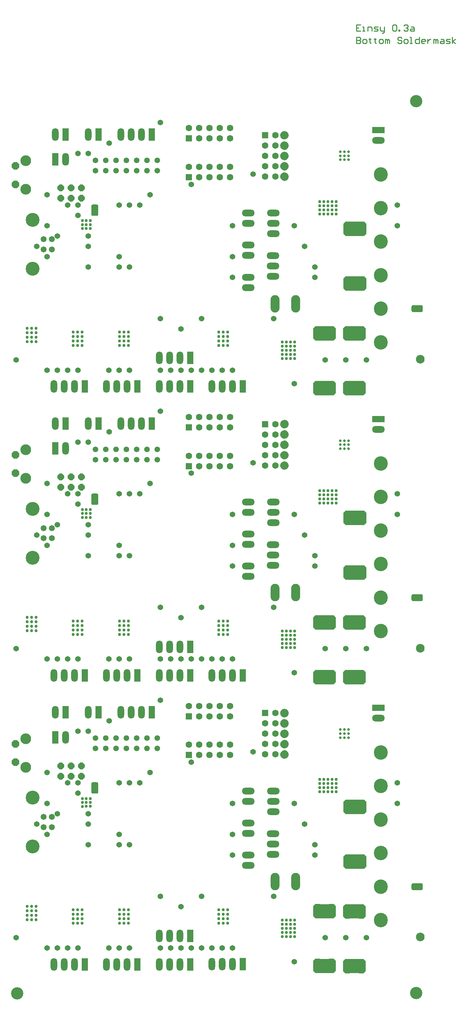
<source format=gbs>
G04 Layer_Color=16711935*
%FSLAX24Y24*%
%MOIN*%
G70*
G01*
G75*
%ADD12C,0.0100*%
%ADD116C,0.0300*%
%ADD123C,0.0840*%
G04:AMPARAMS|DCode=209|XSize=118.7mil|YSize=118.7mil|CornerRadius=59.4mil|HoleSize=0mil|Usage=FLASHONLY|Rotation=90.000|XOffset=0mil|YOffset=0mil|HoleType=Round|Shape=RoundedRectangle|*
%AMROUNDEDRECTD209*
21,1,0.1187,0.0000,0,0,90.0*
21,1,0.0000,0.1187,0,0,90.0*
1,1,0.1187,0.0000,0.0000*
1,1,0.1187,0.0000,0.0000*
1,1,0.1187,0.0000,0.0000*
1,1,0.1187,0.0000,0.0000*
%
%ADD209ROUNDEDRECTD209*%
G04:AMPARAMS|DCode=255|XSize=54mil|YSize=54mil|CornerRadius=27mil|HoleSize=0mil|Usage=FLASHONLY|Rotation=270.000|XOffset=0mil|YOffset=0mil|HoleType=Round|Shape=RoundedRectangle|*
%AMROUNDEDRECTD255*
21,1,0.0540,0.0000,0,0,270.0*
21,1,0.0000,0.0540,0,0,270.0*
1,1,0.0540,0.0000,0.0000*
1,1,0.0540,0.0000,0.0000*
1,1,0.0540,0.0000,0.0000*
1,1,0.0540,0.0000,0.0000*
%
%ADD255ROUNDEDRECTD255*%
%ADD260R,0.0631X0.0631*%
%ADD261C,0.0631*%
%ADD262O,0.0640X0.1240*%
%ADD263R,0.0640X0.1240*%
%ADD264R,0.0631X0.0631*%
%ADD265O,0.1340X0.1400*%
%ADD266O,0.1240X0.0640*%
%ADD267O,0.0865X0.1690*%
G04:AMPARAMS|DCode=268|XSize=137mil|YSize=87mil|CornerRadius=0mil|HoleSize=0mil|Usage=FLASHONLY|Rotation=270.000|XOffset=0mil|YOffset=0mil|HoleType=Round|Shape=Octagon|*
%AMOCTAGOND268*
4,1,8,-0.0217,-0.0685,0.0217,-0.0685,0.0435,-0.0467,0.0435,0.0467,0.0217,0.0685,-0.0217,0.0685,-0.0435,0.0467,-0.0435,-0.0467,-0.0217,-0.0685,0.0*
%
%ADD268OCTAGOND268*%

%ADD269P,0.0714X8X22.5*%
%ADD270C,0.1345*%
%ADD271C,0.0580*%
%ADD272C,0.1040*%
%ADD273P,0.0801X8X292.5*%
%ADD274R,0.1240X0.0640*%
%ADD275C,0.0544*%
%ADD276C,0.0260*%
%ADD277C,0.0420*%
%ADD278R,0.0704X0.0354*%
%ADD279R,0.0354X0.0704*%
G04:AMPARAMS|DCode=280|XSize=54mil|YSize=54mil|CornerRadius=27mil|HoleSize=0mil|Usage=FLASHONLY|Rotation=0.000|XOffset=0mil|YOffset=0mil|HoleType=Round|Shape=RoundedRectangle|*
%AMROUNDEDRECTD280*
21,1,0.0540,0.0000,0,0,0.0*
21,1,0.0000,0.0540,0,0,0.0*
1,1,0.0540,0.0000,0.0000*
1,1,0.0540,0.0000,0.0000*
1,1,0.0540,0.0000,0.0000*
1,1,0.0540,0.0000,0.0000*
%
%ADD280ROUNDEDRECTD280*%
G04:AMPARAMS|DCode=281|XSize=50mil|YSize=67mil|CornerRadius=13.5mil|HoleSize=0mil|Usage=FLASHONLY|Rotation=270.000|XOffset=0mil|YOffset=0mil|HoleType=Round|Shape=RoundedRectangle|*
%AMROUNDEDRECTD281*
21,1,0.0500,0.0400,0,0,270.0*
21,1,0.0230,0.0670,0,0,270.0*
1,1,0.0270,-0.0200,-0.0115*
1,1,0.0270,-0.0200,0.0115*
1,1,0.0270,0.0200,0.0115*
1,1,0.0270,0.0200,-0.0115*
%
%ADD281ROUNDEDRECTD281*%
G04:AMPARAMS|DCode=282|XSize=50mil|YSize=67mil|CornerRadius=13.5mil|HoleSize=0mil|Usage=FLASHONLY|Rotation=180.000|XOffset=0mil|YOffset=0mil|HoleType=Round|Shape=RoundedRectangle|*
%AMROUNDEDRECTD282*
21,1,0.0500,0.0400,0,0,180.0*
21,1,0.0230,0.0670,0,0,180.0*
1,1,0.0270,-0.0115,0.0200*
1,1,0.0270,0.0115,0.0200*
1,1,0.0270,0.0115,-0.0200*
1,1,0.0270,-0.0115,-0.0200*
%
%ADD282ROUNDEDRECTD282*%
G36*
X46289Y83939D02*
X45379D01*
Y85329D01*
X46289D01*
Y83939D01*
D02*
G37*
G36*
Y78639D02*
X45379D01*
Y80029D01*
X46289D01*
Y78639D01*
D02*
G37*
G36*
X43338Y73813D02*
X42428D01*
Y75203D01*
X43338D01*
Y73813D01*
D02*
G37*
G36*
X46239Y73809D02*
X45329D01*
Y75199D01*
X46239D01*
Y73809D01*
D02*
G37*
G36*
X43338Y68513D02*
X42428D01*
Y69903D01*
X43338D01*
Y68513D01*
D02*
G37*
G36*
X46239Y68509D02*
X45329D01*
Y69899D01*
X46239D01*
Y68509D01*
D02*
G37*
G36*
X46289Y55947D02*
X45379D01*
Y57337D01*
X46289D01*
Y55947D01*
D02*
G37*
G36*
Y50647D02*
X45379D01*
Y52037D01*
X46289D01*
Y50647D01*
D02*
G37*
G36*
X43338Y45821D02*
X42428D01*
Y47211D01*
X43338D01*
Y45821D01*
D02*
G37*
G36*
X46239Y45817D02*
X45329D01*
Y47207D01*
X46239D01*
Y45817D01*
D02*
G37*
G36*
X43338Y40521D02*
X42428D01*
Y41911D01*
X43338D01*
Y40521D01*
D02*
G37*
G36*
X46239Y40517D02*
X45329D01*
Y41907D01*
X46239D01*
Y40517D01*
D02*
G37*
G36*
X46289Y27955D02*
X45379D01*
Y29345D01*
X46289D01*
Y27955D01*
D02*
G37*
G36*
Y22655D02*
X45379D01*
Y24045D01*
X46289D01*
Y22655D01*
D02*
G37*
G36*
X43338Y17829D02*
X42428D01*
Y19218D01*
X43338D01*
Y17829D01*
D02*
G37*
G36*
X46239Y17825D02*
X45329D01*
Y19215D01*
X46239D01*
Y17825D01*
D02*
G37*
G36*
X43338Y12529D02*
X42428D01*
Y13918D01*
X43338D01*
Y12529D01*
D02*
G37*
G36*
X46239Y12525D02*
X45329D01*
Y13915D01*
X46239D01*
Y12525D01*
D02*
G37*
G54D12*
X46000Y103200D02*
Y102600D01*
X46300D01*
X46400Y102700D01*
Y102800D01*
X46300Y102900D01*
X46000D01*
X46300D01*
X46400Y103000D01*
Y103100D01*
X46300Y103200D01*
X46000D01*
X46700Y102600D02*
X46900D01*
X47000Y102700D01*
Y102900D01*
X46900Y103000D01*
X46700D01*
X46600Y102900D01*
Y102700D01*
X46700Y102600D01*
X47300Y103100D02*
Y103000D01*
X47200D01*
X47400D01*
X47300D01*
Y102700D01*
X47400Y102600D01*
X47799Y103100D02*
Y103000D01*
X47699D01*
X47899D01*
X47799D01*
Y102700D01*
X47899Y102600D01*
X48299D02*
X48499D01*
X48599Y102700D01*
Y102900D01*
X48499Y103000D01*
X48299D01*
X48199Y102900D01*
Y102700D01*
X48299Y102600D01*
X48799D02*
Y103000D01*
X48899D01*
X48999Y102900D01*
Y102600D01*
Y102900D01*
X49099Y103000D01*
X49199Y102900D01*
Y102600D01*
X50399Y103100D02*
X50299Y103200D01*
X50099D01*
X49999Y103100D01*
Y103000D01*
X50099Y102900D01*
X50299D01*
X50399Y102800D01*
Y102700D01*
X50299Y102600D01*
X50099D01*
X49999Y102700D01*
X50698Y102600D02*
X50898D01*
X50998Y102700D01*
Y102900D01*
X50898Y103000D01*
X50698D01*
X50599Y102900D01*
Y102700D01*
X50698Y102600D01*
X51198D02*
X51398D01*
X51298D01*
Y103200D01*
X51198D01*
X52098D02*
Y102600D01*
X51798D01*
X51698Y102700D01*
Y102900D01*
X51798Y103000D01*
X52098D01*
X52598Y102600D02*
X52398D01*
X52298Y102700D01*
Y102900D01*
X52398Y103000D01*
X52598D01*
X52698Y102900D01*
Y102800D01*
X52298D01*
X52898Y103000D02*
Y102600D01*
Y102800D01*
X52998Y102900D01*
X53098Y103000D01*
X53198D01*
X53498Y102600D02*
Y103000D01*
X53598D01*
X53698Y102900D01*
Y102600D01*
Y102900D01*
X53797Y103000D01*
X53897Y102900D01*
Y102600D01*
X54197Y103000D02*
X54397D01*
X54497Y102900D01*
Y102600D01*
X54197D01*
X54097Y102700D01*
X54197Y102800D01*
X54497D01*
X54697Y102600D02*
X54997D01*
X55097Y102700D01*
X54997Y102800D01*
X54797D01*
X54697Y102900D01*
X54797Y103000D01*
X55097D01*
X55297Y102600D02*
Y103200D01*
Y102800D02*
X55597Y103000D01*
X55297Y102800D02*
X55597Y102600D01*
X46400Y104400D02*
X46000D01*
Y103800D01*
X46400D01*
X46000Y104100D02*
X46200D01*
X46600Y103800D02*
X46800D01*
X46700D01*
Y104200D01*
X46600D01*
X47100Y103800D02*
Y104200D01*
X47400D01*
X47500Y104100D01*
Y103800D01*
X47699D02*
X47999D01*
X48099Y103900D01*
X47999Y104000D01*
X47799D01*
X47699Y104100D01*
X47799Y104200D01*
X48099D01*
X48299D02*
Y103900D01*
X48399Y103800D01*
X48699D01*
Y103700D01*
X48599Y103600D01*
X48499D01*
X48699Y103800D02*
Y104200D01*
X49499Y104300D02*
X49599Y104400D01*
X49799D01*
X49899Y104300D01*
Y103900D01*
X49799Y103800D01*
X49599D01*
X49499Y103900D01*
Y104300D01*
X50099Y103800D02*
Y103900D01*
X50199D01*
Y103800D01*
X50099D01*
X50599Y104300D02*
X50698Y104400D01*
X50898D01*
X50998Y104300D01*
Y104200D01*
X50898Y104100D01*
X50798D01*
X50898D01*
X50998Y104000D01*
Y103900D01*
X50898Y103800D01*
X50698D01*
X50599Y103900D01*
X51298Y104200D02*
X51498D01*
X51598Y104100D01*
Y103800D01*
X51298D01*
X51198Y103900D01*
X51298Y104000D01*
X51598D01*
G54D116*
X43630Y30096D02*
D03*
X44030D02*
D03*
Y30496D02*
D03*
X43630D02*
D03*
Y30896D02*
D03*
X44030D02*
D03*
Y31296D02*
D03*
X43630D02*
D03*
X42830D02*
D03*
X42430D02*
D03*
Y30896D02*
D03*
X42830D02*
D03*
Y30496D02*
D03*
X42430D02*
D03*
Y30096D02*
D03*
X42830D02*
D03*
X43230D02*
D03*
Y30496D02*
D03*
Y31296D02*
D03*
Y30896D02*
D03*
X39177Y16885D02*
D03*
X38777D02*
D03*
X39577D02*
D03*
X39977D02*
D03*
Y16485D02*
D03*
Y16085D02*
D03*
X39577D02*
D03*
Y16485D02*
D03*
X39177D02*
D03*
Y16085D02*
D03*
X38777D02*
D03*
Y16485D02*
D03*
Y17285D02*
D03*
Y17685D02*
D03*
X39177D02*
D03*
Y17285D02*
D03*
X39577D02*
D03*
Y17685D02*
D03*
X39977D02*
D03*
Y17285D02*
D03*
X19769Y29069D02*
D03*
Y29443D02*
D03*
X19392Y29446D02*
D03*
X19396Y29069D02*
D03*
X19394Y28685D02*
D03*
X19769Y28694D02*
D03*
X20143D02*
D03*
Y29069D02*
D03*
Y29443D02*
D03*
X14012Y19019D02*
D03*
X14878Y17719D02*
D03*
X14445D02*
D03*
X14012D02*
D03*
X14878Y18153D02*
D03*
X14445D02*
D03*
X14012D02*
D03*
X14878Y18586D02*
D03*
X14445D02*
D03*
X14012D02*
D03*
X14878Y19019D02*
D03*
X14445D02*
D03*
X18918Y18659D02*
D03*
X19352D02*
D03*
X18485Y18226D02*
D03*
X18918D02*
D03*
X19352D02*
D03*
X18485Y17793D02*
D03*
X18918D02*
D03*
X19352D02*
D03*
X18485Y17359D02*
D03*
X18918D02*
D03*
X19352D02*
D03*
X18485Y18659D02*
D03*
X22985D02*
D03*
X23852Y17359D02*
D03*
X23419D02*
D03*
X22985D02*
D03*
X23852Y17793D02*
D03*
X23419D02*
D03*
X22985D02*
D03*
X23852Y18226D02*
D03*
X23419D02*
D03*
X22985D02*
D03*
X23852Y18659D02*
D03*
X23419D02*
D03*
X33059D02*
D03*
X33492D02*
D03*
X32625Y18226D02*
D03*
X33059D02*
D03*
X33492D02*
D03*
X32625Y17793D02*
D03*
X33059D02*
D03*
X33492D02*
D03*
X32625Y17359D02*
D03*
X33059D02*
D03*
X33492D02*
D03*
X32625Y18659D02*
D03*
X43630Y58088D02*
D03*
X44030D02*
D03*
Y58488D02*
D03*
X43630D02*
D03*
Y58888D02*
D03*
X44030D02*
D03*
Y59288D02*
D03*
X43630D02*
D03*
X42830D02*
D03*
X42430D02*
D03*
Y58888D02*
D03*
X42830D02*
D03*
Y58488D02*
D03*
X42430D02*
D03*
Y58088D02*
D03*
X42830D02*
D03*
X43230D02*
D03*
Y58488D02*
D03*
Y59288D02*
D03*
Y58888D02*
D03*
X39177Y44877D02*
D03*
X38777D02*
D03*
X39577D02*
D03*
X39977D02*
D03*
Y44477D02*
D03*
Y44077D02*
D03*
X39577D02*
D03*
Y44477D02*
D03*
X39177D02*
D03*
Y44077D02*
D03*
X38777D02*
D03*
Y44477D02*
D03*
Y45277D02*
D03*
Y45677D02*
D03*
X39177D02*
D03*
Y45277D02*
D03*
X39577D02*
D03*
Y45677D02*
D03*
X39977D02*
D03*
Y45277D02*
D03*
X19769Y57061D02*
D03*
Y57435D02*
D03*
X19392Y57438D02*
D03*
X19396Y57061D02*
D03*
X19394Y56677D02*
D03*
X19769Y56687D02*
D03*
X20143D02*
D03*
Y57061D02*
D03*
Y57435D02*
D03*
X14012Y47011D02*
D03*
X14878Y45712D02*
D03*
X14445D02*
D03*
X14012D02*
D03*
X14878Y46145D02*
D03*
X14445D02*
D03*
X14012D02*
D03*
X14878Y46578D02*
D03*
X14445D02*
D03*
X14012D02*
D03*
X14878Y47011D02*
D03*
X14445D02*
D03*
X18918Y46651D02*
D03*
X19352D02*
D03*
X18485Y46218D02*
D03*
X18918D02*
D03*
X19352D02*
D03*
X18485Y45785D02*
D03*
X18918D02*
D03*
X19352D02*
D03*
X18485Y45352D02*
D03*
X18918D02*
D03*
X19352D02*
D03*
X18485Y46651D02*
D03*
X22985D02*
D03*
X23852Y45352D02*
D03*
X23419D02*
D03*
X22985D02*
D03*
X23852Y45785D02*
D03*
X23419D02*
D03*
X22985D02*
D03*
X23852Y46218D02*
D03*
X23419D02*
D03*
X22985D02*
D03*
X23852Y46651D02*
D03*
X23419D02*
D03*
X33059D02*
D03*
X33492D02*
D03*
X32625Y46218D02*
D03*
X33059D02*
D03*
X33492D02*
D03*
X32625Y45785D02*
D03*
X33059D02*
D03*
X33492D02*
D03*
X32625Y45352D02*
D03*
X33059D02*
D03*
X33492D02*
D03*
X32625Y46651D02*
D03*
X43630Y86080D02*
D03*
X44030D02*
D03*
Y86480D02*
D03*
X43630D02*
D03*
Y86880D02*
D03*
X44030D02*
D03*
Y87280D02*
D03*
X43630D02*
D03*
X42830D02*
D03*
X42430D02*
D03*
Y86880D02*
D03*
X42830D02*
D03*
Y86480D02*
D03*
X42430D02*
D03*
Y86080D02*
D03*
X42830D02*
D03*
X43230D02*
D03*
Y86480D02*
D03*
Y87280D02*
D03*
Y86880D02*
D03*
X39177Y72870D02*
D03*
X38777D02*
D03*
X39577D02*
D03*
X39977D02*
D03*
Y72470D02*
D03*
Y72070D02*
D03*
X39577D02*
D03*
Y72470D02*
D03*
X39177D02*
D03*
Y72070D02*
D03*
X38777D02*
D03*
Y72470D02*
D03*
Y73270D02*
D03*
Y73670D02*
D03*
X39177D02*
D03*
Y73270D02*
D03*
X39577D02*
D03*
Y73670D02*
D03*
X39977D02*
D03*
Y73270D02*
D03*
X19769Y85053D02*
D03*
Y85427D02*
D03*
X19392Y85430D02*
D03*
X19396Y85053D02*
D03*
X19394Y84669D02*
D03*
X19769Y84679D02*
D03*
X20143D02*
D03*
Y85053D02*
D03*
Y85427D02*
D03*
X14012Y75003D02*
D03*
X14878Y73704D02*
D03*
X14445D02*
D03*
X14012D02*
D03*
X14878Y74137D02*
D03*
X14445D02*
D03*
X14012D02*
D03*
X14878Y74570D02*
D03*
X14445D02*
D03*
X14012D02*
D03*
X14878Y75003D02*
D03*
X14445D02*
D03*
X18918Y74643D02*
D03*
X19352D02*
D03*
X18485Y74210D02*
D03*
X18918D02*
D03*
X19352D02*
D03*
X18485Y73777D02*
D03*
X18918D02*
D03*
X19352D02*
D03*
X18485Y73344D02*
D03*
X18918D02*
D03*
X19352D02*
D03*
X18485Y74643D02*
D03*
X22985D02*
D03*
X23852Y73344D02*
D03*
X23419D02*
D03*
X22985D02*
D03*
X23852Y73777D02*
D03*
X23419D02*
D03*
X22985D02*
D03*
X23852Y74210D02*
D03*
X23419D02*
D03*
X22985D02*
D03*
X23852Y74643D02*
D03*
X23419D02*
D03*
X33059D02*
D03*
X33492D02*
D03*
X32625Y74210D02*
D03*
X33059D02*
D03*
X33492D02*
D03*
X32625Y73777D02*
D03*
X33059D02*
D03*
X33492D02*
D03*
X32625Y73344D02*
D03*
X33059D02*
D03*
X33492D02*
D03*
X32625Y74643D02*
D03*
G54D123*
X52175Y16024D02*
D03*
Y44016D02*
D03*
Y72008D02*
D03*
G54D209*
X51800Y96998D02*
D03*
Y10600D02*
D03*
X13061Y10561D02*
D03*
G54D255*
X41968Y23969D02*
D03*
X40968Y26969D02*
D03*
X39969Y28969D02*
D03*
X30968Y14969D02*
D03*
X32968D02*
D03*
X31969D02*
D03*
X33969D02*
D03*
X26969D02*
D03*
X28969D02*
D03*
X27968D02*
D03*
X29969D02*
D03*
X18968D02*
D03*
X22968D02*
D03*
X21969D02*
D03*
X23969D02*
D03*
X12968Y15969D02*
D03*
X39938Y13649D02*
D03*
X33969Y23969D02*
D03*
X35968Y33969D02*
D03*
X16968Y14969D02*
D03*
X15969D02*
D03*
X17968D02*
D03*
X26969Y19969D02*
D03*
X28969Y18968D02*
D03*
X30968Y19969D02*
D03*
X23969Y30968D02*
D03*
X16968Y27968D02*
D03*
X15969Y28969D02*
D03*
X25968Y31969D02*
D03*
X19969Y35968D02*
D03*
X41968Y51961D02*
D03*
X40968Y54961D02*
D03*
X39969Y56961D02*
D03*
X30968Y42961D02*
D03*
X32968D02*
D03*
X31969D02*
D03*
X33969D02*
D03*
X26969D02*
D03*
X28969D02*
D03*
X27968D02*
D03*
X29969D02*
D03*
X18968D02*
D03*
X22968D02*
D03*
X21969D02*
D03*
X23969D02*
D03*
X12968Y43961D02*
D03*
X39938Y41641D02*
D03*
X33969Y51961D02*
D03*
X35968Y61961D02*
D03*
X16968Y42961D02*
D03*
X15969D02*
D03*
X17968D02*
D03*
X26969Y47961D02*
D03*
X28969Y46961D02*
D03*
X30968Y47961D02*
D03*
X23969Y58961D02*
D03*
X16968Y55961D02*
D03*
X15969Y56961D02*
D03*
X25968Y59961D02*
D03*
X19969Y63961D02*
D03*
X41968Y79953D02*
D03*
X40968Y82953D02*
D03*
X39969Y84953D02*
D03*
X30968Y70953D02*
D03*
X32968D02*
D03*
X31969D02*
D03*
X33969D02*
D03*
X26969D02*
D03*
X28969D02*
D03*
X27968D02*
D03*
X29969D02*
D03*
X18968D02*
D03*
X22968D02*
D03*
X21969D02*
D03*
X23969D02*
D03*
X12968Y71953D02*
D03*
X39938Y69633D02*
D03*
X33969Y79953D02*
D03*
X35968Y89953D02*
D03*
X16968Y70953D02*
D03*
X15969D02*
D03*
X17968D02*
D03*
X26969Y75953D02*
D03*
X28969Y74953D02*
D03*
X30968Y75953D02*
D03*
X23969Y86953D02*
D03*
X16968Y83953D02*
D03*
X15969Y84953D02*
D03*
X25968Y87953D02*
D03*
X19969Y91953D02*
D03*
G54D260*
X37135Y37726D02*
D03*
Y65718D02*
D03*
Y93710D02*
D03*
G54D261*
X38135Y37726D02*
D03*
X37135Y36726D02*
D03*
X38135D02*
D03*
X37135Y35726D02*
D03*
X38135D02*
D03*
X37135Y34726D02*
D03*
X38135D02*
D03*
X37135Y33726D02*
D03*
X38135D02*
D03*
X33709Y34659D02*
D03*
Y33658D02*
D03*
X32708Y34659D02*
D03*
Y33658D02*
D03*
X31709Y34659D02*
D03*
Y33658D02*
D03*
X30708Y34659D02*
D03*
Y33658D02*
D03*
X29708Y34659D02*
D03*
X33709Y38409D02*
D03*
Y37408D02*
D03*
X32708Y38409D02*
D03*
Y37408D02*
D03*
X31709Y38409D02*
D03*
Y37408D02*
D03*
X30708Y38409D02*
D03*
Y37408D02*
D03*
X29708Y38409D02*
D03*
X38135Y65718D02*
D03*
X37135Y64718D02*
D03*
X38135D02*
D03*
X37135Y63718D02*
D03*
X38135D02*
D03*
X37135Y62718D02*
D03*
X38135D02*
D03*
X37135Y61718D02*
D03*
X38135D02*
D03*
X33709Y62651D02*
D03*
Y61651D02*
D03*
X32708Y62651D02*
D03*
Y61651D02*
D03*
X31709Y62651D02*
D03*
Y61651D02*
D03*
X30708Y62651D02*
D03*
Y61651D02*
D03*
X29708Y62651D02*
D03*
X33709Y66401D02*
D03*
Y65401D02*
D03*
X32708Y66401D02*
D03*
Y65401D02*
D03*
X31709Y66401D02*
D03*
Y65401D02*
D03*
X30708Y66401D02*
D03*
Y65401D02*
D03*
X29708Y66401D02*
D03*
X38135Y93710D02*
D03*
X37135Y92710D02*
D03*
X38135D02*
D03*
X37135Y91710D02*
D03*
X38135D02*
D03*
X37135Y90710D02*
D03*
X38135D02*
D03*
X37135Y89710D02*
D03*
X38135D02*
D03*
X33709Y90643D02*
D03*
Y89643D02*
D03*
X32708Y90643D02*
D03*
Y89643D02*
D03*
X31709Y90643D02*
D03*
Y89643D02*
D03*
X30708Y90643D02*
D03*
Y89643D02*
D03*
X29708Y90643D02*
D03*
X33709Y94393D02*
D03*
Y93393D02*
D03*
X32708Y94393D02*
D03*
Y93393D02*
D03*
X31709Y94393D02*
D03*
Y93393D02*
D03*
X30708Y94393D02*
D03*
Y93393D02*
D03*
X29708Y94393D02*
D03*
G54D262*
X16610Y13386D02*
D03*
X17610D02*
D03*
X18610D02*
D03*
X23728D02*
D03*
X22728D02*
D03*
X21728D02*
D03*
X26846Y16142D02*
D03*
X27846D02*
D03*
X28846D02*
D03*
Y13386D02*
D03*
X27846D02*
D03*
X26846D02*
D03*
X31969Y13390D02*
D03*
X32968D02*
D03*
X33969D02*
D03*
X25131Y37795D02*
D03*
X24131D02*
D03*
X23131D02*
D03*
X19951Y37791D02*
D03*
X16741D02*
D03*
X17741Y35381D02*
D03*
X16610Y41378D02*
D03*
X17610D02*
D03*
X18610D02*
D03*
X23728D02*
D03*
X22728D02*
D03*
X21728D02*
D03*
X26846Y44134D02*
D03*
X27846D02*
D03*
X28846D02*
D03*
Y41378D02*
D03*
X27846D02*
D03*
X26846D02*
D03*
X31969Y41382D02*
D03*
X32968D02*
D03*
X33969D02*
D03*
X25131Y65787D02*
D03*
X24131D02*
D03*
X23131D02*
D03*
X19951Y65783D02*
D03*
X16741D02*
D03*
X17741Y63373D02*
D03*
X16610Y69370D02*
D03*
X17610D02*
D03*
X18610D02*
D03*
X23728D02*
D03*
X22728D02*
D03*
X21728D02*
D03*
X26846Y72126D02*
D03*
X27846D02*
D03*
X28846D02*
D03*
Y69370D02*
D03*
X27846D02*
D03*
X26846D02*
D03*
X31969Y69374D02*
D03*
X32968D02*
D03*
X33969D02*
D03*
X25131Y93780D02*
D03*
X24131D02*
D03*
X23131D02*
D03*
X19951Y93775D02*
D03*
X16741D02*
D03*
X17741Y91365D02*
D03*
G54D263*
X19610Y13386D02*
D03*
X24728D02*
D03*
X29846Y16142D02*
D03*
Y13386D02*
D03*
X34969Y13390D02*
D03*
X26131Y37795D02*
D03*
X20951Y37791D02*
D03*
X17741D02*
D03*
X16741Y35381D02*
D03*
X19610Y41378D02*
D03*
X24728D02*
D03*
X29846Y44134D02*
D03*
Y41378D02*
D03*
X34969Y41382D02*
D03*
X26131Y65787D02*
D03*
X20951Y65783D02*
D03*
X17741D02*
D03*
X16741Y63373D02*
D03*
X19610Y69370D02*
D03*
X24728D02*
D03*
X29846Y72126D02*
D03*
Y69370D02*
D03*
X34969Y69374D02*
D03*
X26131Y93780D02*
D03*
X20951Y93775D02*
D03*
X17741D02*
D03*
X16741Y91365D02*
D03*
G54D264*
X29708Y33658D02*
D03*
Y37408D02*
D03*
Y61651D02*
D03*
Y65401D02*
D03*
Y89643D02*
D03*
Y93393D02*
D03*
G54D265*
X48338Y33914D02*
D03*
Y30663D02*
D03*
Y27413D02*
D03*
Y24163D02*
D03*
Y20914D02*
D03*
Y17664D02*
D03*
Y61906D02*
D03*
Y58656D02*
D03*
Y55406D02*
D03*
Y52156D02*
D03*
Y48906D02*
D03*
Y45656D02*
D03*
Y89898D02*
D03*
Y86648D02*
D03*
Y83398D02*
D03*
Y80148D02*
D03*
Y76898D02*
D03*
Y73648D02*
D03*
G54D266*
X37898Y26038D02*
D03*
Y25038D02*
D03*
Y24039D02*
D03*
X37908Y30178D02*
D03*
Y29179D02*
D03*
Y28179D02*
D03*
X35472Y29185D02*
D03*
Y30185D02*
D03*
Y22965D02*
D03*
Y23965D02*
D03*
X48119Y37229D02*
D03*
X35472Y26075D02*
D03*
Y27075D02*
D03*
X37898Y54031D02*
D03*
Y53031D02*
D03*
Y52031D02*
D03*
X37908Y58171D02*
D03*
Y57171D02*
D03*
Y56171D02*
D03*
X35472Y57177D02*
D03*
Y58177D02*
D03*
Y50957D02*
D03*
Y51957D02*
D03*
X48119Y65221D02*
D03*
X35472Y54067D02*
D03*
Y55067D02*
D03*
X37898Y82023D02*
D03*
Y81023D02*
D03*
Y80023D02*
D03*
X37908Y86163D02*
D03*
Y85163D02*
D03*
Y84163D02*
D03*
X35472Y85169D02*
D03*
Y86169D02*
D03*
Y78949D02*
D03*
Y79949D02*
D03*
X48119Y93213D02*
D03*
X35472Y82059D02*
D03*
Y83059D02*
D03*
G54D267*
X40079Y21398D02*
D03*
X38078D02*
D03*
X40079Y49391D02*
D03*
X38078D02*
D03*
X40079Y77383D02*
D03*
X38078D02*
D03*
G54D268*
X46459Y13218D02*
D03*
X45118D02*
D03*
Y18519D02*
D03*
X46459D02*
D03*
X43558Y18522D02*
D03*
X42218D02*
D03*
Y13222D02*
D03*
X43558D02*
D03*
X45168Y28649D02*
D03*
X46508D02*
D03*
Y23349D02*
D03*
X45168D02*
D03*
X46459Y41211D02*
D03*
X45118D02*
D03*
Y46511D02*
D03*
X46459D02*
D03*
X43558Y46515D02*
D03*
X42218D02*
D03*
Y41215D02*
D03*
X43558D02*
D03*
X45168Y56641D02*
D03*
X46508D02*
D03*
Y51341D02*
D03*
X45168D02*
D03*
X46459Y69203D02*
D03*
X45118D02*
D03*
Y74503D02*
D03*
X46459D02*
D03*
X43558Y74507D02*
D03*
X42218D02*
D03*
Y69207D02*
D03*
X43558D02*
D03*
X45168Y84633D02*
D03*
X46508D02*
D03*
Y79333D02*
D03*
X45168D02*
D03*
G54D269*
X19294Y32614D02*
D03*
Y31614D02*
D03*
X18294Y32614D02*
D03*
Y31614D02*
D03*
X17294Y32614D02*
D03*
Y31614D02*
D03*
X19294Y60606D02*
D03*
Y59606D02*
D03*
X18294Y60606D02*
D03*
Y59606D02*
D03*
X17294Y60606D02*
D03*
Y59606D02*
D03*
X19294Y88598D02*
D03*
Y87598D02*
D03*
X18294Y88598D02*
D03*
Y87598D02*
D03*
X17294Y88598D02*
D03*
Y87598D02*
D03*
G54D270*
X14567Y24795D02*
D03*
Y29528D02*
D03*
Y52787D02*
D03*
Y57520D02*
D03*
Y80780D02*
D03*
Y85512D02*
D03*
G54D271*
X15637Y26665D02*
D03*
Y27657D02*
D03*
X16427D02*
D03*
Y26665D02*
D03*
X15637Y54657D02*
D03*
Y55650D02*
D03*
X16427D02*
D03*
Y54657D02*
D03*
X15637Y82650D02*
D03*
Y83642D02*
D03*
X16427D02*
D03*
Y82650D02*
D03*
G54D272*
X13876Y32478D02*
D03*
Y35238D02*
D03*
Y60470D02*
D03*
Y63230D02*
D03*
Y88463D02*
D03*
Y91223D02*
D03*
G54D273*
X12896Y32968D02*
D03*
Y34748D02*
D03*
Y60960D02*
D03*
Y62740D02*
D03*
Y88953D02*
D03*
Y90733D02*
D03*
G54D274*
X48119Y38228D02*
D03*
Y66221D02*
D03*
Y94213D02*
D03*
G54D275*
X20661Y34291D02*
D03*
Y35291D02*
D03*
X21661Y34291D02*
D03*
Y35291D02*
D03*
X22661Y34291D02*
D03*
Y35291D02*
D03*
X23661Y34291D02*
D03*
Y35291D02*
D03*
X24661Y34291D02*
D03*
Y35291D02*
D03*
X25661Y34291D02*
D03*
Y35291D02*
D03*
X26661Y34291D02*
D03*
Y35291D02*
D03*
X20661Y62283D02*
D03*
Y63283D02*
D03*
X21661Y62283D02*
D03*
Y63283D02*
D03*
X22661Y62283D02*
D03*
Y63283D02*
D03*
X23661Y62283D02*
D03*
Y63283D02*
D03*
X24661Y62283D02*
D03*
Y63283D02*
D03*
X25661Y62283D02*
D03*
Y63283D02*
D03*
X26661Y62283D02*
D03*
Y63283D02*
D03*
X20661Y90275D02*
D03*
Y91275D02*
D03*
X21661Y90275D02*
D03*
Y91275D02*
D03*
X22661Y90275D02*
D03*
Y91275D02*
D03*
X23661Y90275D02*
D03*
Y91275D02*
D03*
X24661Y90275D02*
D03*
Y91275D02*
D03*
X25661Y90275D02*
D03*
Y91275D02*
D03*
X26661Y90275D02*
D03*
Y91275D02*
D03*
G54D276*
X44422Y35341D02*
D03*
X44815D02*
D03*
X45209D02*
D03*
Y35734D02*
D03*
Y36128D02*
D03*
X44815D02*
D03*
X44422D02*
D03*
Y35734D02*
D03*
X44815D02*
D03*
X44422Y63333D02*
D03*
X44815D02*
D03*
X45209D02*
D03*
Y63726D02*
D03*
Y64120D02*
D03*
X44815D02*
D03*
X44422D02*
D03*
Y63726D02*
D03*
X44815D02*
D03*
X44422Y91325D02*
D03*
X44815D02*
D03*
X45209D02*
D03*
Y91719D02*
D03*
Y92112D02*
D03*
X44815D02*
D03*
X44422D02*
D03*
Y91719D02*
D03*
X44815D02*
D03*
G54D277*
X39185Y37737D02*
X39162Y37829D01*
X39098Y37901D01*
X39009Y37935D01*
X38914Y37924D01*
X38835Y37869D01*
X38791Y37784D01*
Y37689D01*
X38835Y37604D01*
X38914Y37550D01*
X39009Y37538D01*
X39098Y37572D01*
X39162Y37644D01*
X39185Y37737D01*
Y36735D02*
X39162Y36827D01*
X39098Y36899D01*
X39009Y36933D01*
X38914Y36922D01*
X38835Y36867D01*
X38791Y36782D01*
Y36687D01*
X38835Y36602D01*
X38914Y36548D01*
X39009Y36536D01*
X39098Y36570D01*
X39162Y36642D01*
X39185Y36735D01*
Y35733D02*
X39162Y35825D01*
X39098Y35897D01*
X39009Y35931D01*
X38914Y35920D01*
X38835Y35865D01*
X38791Y35780D01*
Y35685D01*
X38835Y35600D01*
X38914Y35546D01*
X39009Y35534D01*
X39098Y35568D01*
X39162Y35640D01*
X39185Y35733D01*
X39188Y34731D02*
X39166Y34823D01*
X39102Y34895D01*
X39013Y34929D01*
X38918Y34918D01*
X38839Y34863D01*
X38794Y34778D01*
Y34683D01*
X38839Y34598D01*
X38918Y34544D01*
X39013Y34532D01*
X39102Y34566D01*
X39166Y34638D01*
X39188Y34731D01*
Y33728D02*
X39166Y33821D01*
X39102Y33893D01*
X39013Y33927D01*
X38918Y33916D01*
X38839Y33861D01*
X38794Y33776D01*
Y33681D01*
X38839Y33596D01*
X38918Y33542D01*
X39013Y33530D01*
X39102Y33564D01*
X39166Y33636D01*
X39188Y33728D01*
X39185Y65729D02*
X39162Y65822D01*
X39098Y65893D01*
X39009Y65927D01*
X38914Y65916D01*
X38835Y65861D01*
X38791Y65777D01*
Y65681D01*
X38835Y65596D01*
X38914Y65542D01*
X39009Y65530D01*
X39098Y65564D01*
X39162Y65636D01*
X39185Y65729D01*
Y64727D02*
X39162Y64820D01*
X39098Y64891D01*
X39009Y64925D01*
X38914Y64914D01*
X38835Y64859D01*
X38791Y64775D01*
Y64679D01*
X38835Y64594D01*
X38914Y64540D01*
X39009Y64528D01*
X39098Y64562D01*
X39162Y64634D01*
X39185Y64727D01*
Y63725D02*
X39162Y63818D01*
X39098Y63889D01*
X39009Y63923D01*
X38914Y63912D01*
X38835Y63857D01*
X38791Y63773D01*
Y63677D01*
X38835Y63592D01*
X38914Y63538D01*
X39009Y63526D01*
X39098Y63560D01*
X39162Y63632D01*
X39185Y63725D01*
X39188Y62723D02*
X39166Y62816D01*
X39102Y62887D01*
X39013Y62921D01*
X38918Y62910D01*
X38839Y62855D01*
X38794Y62771D01*
Y62675D01*
X38839Y62590D01*
X38918Y62536D01*
X39013Y62524D01*
X39102Y62558D01*
X39166Y62630D01*
X39188Y62723D01*
Y61721D02*
X39166Y61814D01*
X39102Y61885D01*
X39013Y61919D01*
X38918Y61908D01*
X38839Y61853D01*
X38794Y61768D01*
Y61673D01*
X38839Y61588D01*
X38918Y61534D01*
X39013Y61522D01*
X39102Y61556D01*
X39166Y61628D01*
X39188Y61721D01*
X39185Y93721D02*
X39162Y93814D01*
X39098Y93885D01*
X39009Y93919D01*
X38914Y93908D01*
X38835Y93853D01*
X38791Y93769D01*
Y93673D01*
X38835Y93588D01*
X38914Y93534D01*
X39009Y93522D01*
X39098Y93556D01*
X39162Y93628D01*
X39185Y93721D01*
Y92719D02*
X39162Y92812D01*
X39098Y92883D01*
X39009Y92917D01*
X38914Y92906D01*
X38835Y92851D01*
X38791Y92767D01*
Y92671D01*
X38835Y92586D01*
X38914Y92532D01*
X39009Y92520D01*
X39098Y92554D01*
X39162Y92626D01*
X39185Y92719D01*
Y91717D02*
X39162Y91810D01*
X39098Y91881D01*
X39009Y91915D01*
X38914Y91904D01*
X38835Y91849D01*
X38791Y91765D01*
Y91669D01*
X38835Y91584D01*
X38914Y91530D01*
X39009Y91518D01*
X39098Y91552D01*
X39162Y91624D01*
X39185Y91717D01*
X39188Y90715D02*
X39166Y90808D01*
X39102Y90879D01*
X39013Y90913D01*
X38918Y90902D01*
X38839Y90847D01*
X38794Y90763D01*
Y90667D01*
X38839Y90582D01*
X38918Y90528D01*
X39013Y90516D01*
X39102Y90550D01*
X39166Y90622D01*
X39188Y90715D01*
Y89713D02*
X39166Y89806D01*
X39102Y89877D01*
X39013Y89911D01*
X38918Y89900D01*
X38839Y89845D01*
X38794Y89761D01*
Y89665D01*
X38839Y89580D01*
X38918Y89526D01*
X39013Y89514D01*
X39102Y89548D01*
X39166Y89620D01*
X39188Y89713D01*
G54D278*
X20593Y30472D02*
D03*
Y58465D02*
D03*
Y86457D02*
D03*
G54D279*
X51888Y20916D02*
D03*
Y48908D02*
D03*
Y76901D02*
D03*
G54D280*
X46968Y15969D02*
D03*
X44969D02*
D03*
X42969D02*
D03*
X26969Y38969D02*
D03*
X14969Y26969D02*
D03*
X15969Y25968D02*
D03*
X18968Y30968D02*
D03*
X15969Y31969D02*
D03*
X17968Y30968D02*
D03*
X18968Y29969D02*
D03*
X21978Y36969D02*
D03*
X18968Y35968D02*
D03*
X24969Y30968D02*
D03*
X29969Y32968D02*
D03*
X22968Y30968D02*
D03*
X33969Y28969D02*
D03*
Y25968D02*
D03*
X41968Y24969D02*
D03*
X49969Y28969D02*
D03*
X37968Y19969D02*
D03*
X49969Y30968D02*
D03*
X19969Y24969D02*
D03*
Y26969D02*
D03*
Y27968D02*
D03*
X22968Y25968D02*
D03*
X23969Y24969D02*
D03*
X22968D02*
D03*
X46968Y43961D02*
D03*
X44969D02*
D03*
X42969D02*
D03*
X26969Y66961D02*
D03*
X14969Y54961D02*
D03*
X15969Y53961D02*
D03*
X18968Y58961D02*
D03*
X15969Y59961D02*
D03*
X17968Y58961D02*
D03*
X18968Y57961D02*
D03*
X21978Y64961D02*
D03*
X18968Y63961D02*
D03*
X24969Y58961D02*
D03*
X29969Y60961D02*
D03*
X22968Y58961D02*
D03*
X33969Y56961D02*
D03*
Y53961D02*
D03*
X41968Y52961D02*
D03*
X49969Y56961D02*
D03*
X37968Y47961D02*
D03*
X49969Y58961D02*
D03*
X19969Y52961D02*
D03*
Y54961D02*
D03*
Y55961D02*
D03*
X22968Y53961D02*
D03*
X23969Y52961D02*
D03*
X22968D02*
D03*
X46968Y71953D02*
D03*
X44969D02*
D03*
X42969D02*
D03*
X26969Y94953D02*
D03*
X14969Y82953D02*
D03*
X15969Y81953D02*
D03*
X18968Y86953D02*
D03*
X15969Y87953D02*
D03*
X17968Y86953D02*
D03*
X18968Y85953D02*
D03*
X21978Y92953D02*
D03*
X18968Y91953D02*
D03*
X24969Y86953D02*
D03*
X29969Y88953D02*
D03*
X22968Y86953D02*
D03*
X33969Y84953D02*
D03*
Y81953D02*
D03*
X41968Y80953D02*
D03*
X49969Y84953D02*
D03*
X37968Y75953D02*
D03*
X49969Y86953D02*
D03*
X19969Y80953D02*
D03*
Y82953D02*
D03*
Y83953D02*
D03*
X22968Y81953D02*
D03*
X23969Y80953D02*
D03*
X22968D02*
D03*
G54D281*
X20600Y30163D02*
D03*
Y30763D02*
D03*
Y58155D02*
D03*
Y58755D02*
D03*
Y86147D02*
D03*
Y86747D02*
D03*
G54D282*
X51578Y20909D02*
D03*
X52179D02*
D03*
X51578Y48901D02*
D03*
X52179D02*
D03*
X51578Y76893D02*
D03*
X52179D02*
D03*
M02*

</source>
